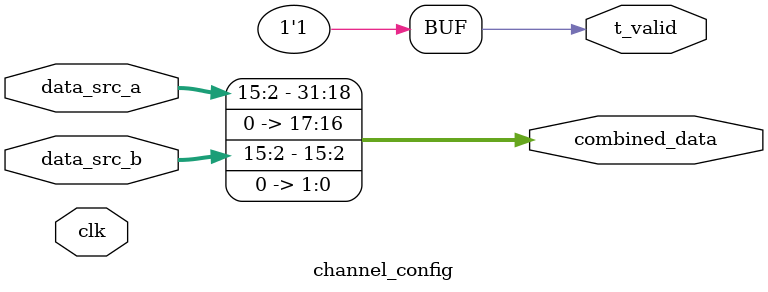
<source format=v>
module channel_config (
    input wire clk,      
    input wire [15:0] data_src_a,  
    input wire [15:0] data_src_b,   
    output wire [31:0] combined_data,
    output wire t_valid
);


assign t_valid = 1'b1;
assign combined_data = {data_src_a[15:2], 2'b00, data_src_b[15:2], 2'b00};

endmodule
</source>
